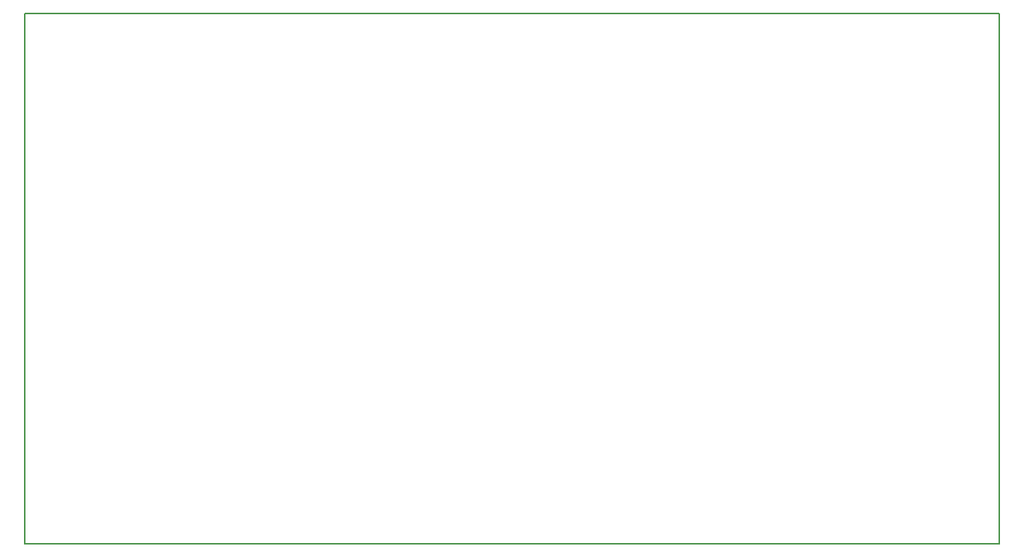
<source format=gbr>
G04 #@! TF.FileFunction,Profile,NP*
%FSLAX46Y46*%
G04 Gerber Fmt 4.6, Leading zero omitted, Abs format (unit mm)*
G04 Created by KiCad (PCBNEW 4.0.4-stable) date 03/02/17 17:24:00*
%MOMM*%
%LPD*%
G01*
G04 APERTURE LIST*
%ADD10C,0.100000*%
%ADD11C,0.150000*%
G04 APERTURE END LIST*
D10*
D11*
X110032800Y0D02*
X0Y0D01*
X0Y59969400D02*
X0Y2889D01*
X110032800Y59969400D02*
X0Y59969400D01*
X110032800Y0D02*
X110032800Y59969400D01*
M02*

</source>
